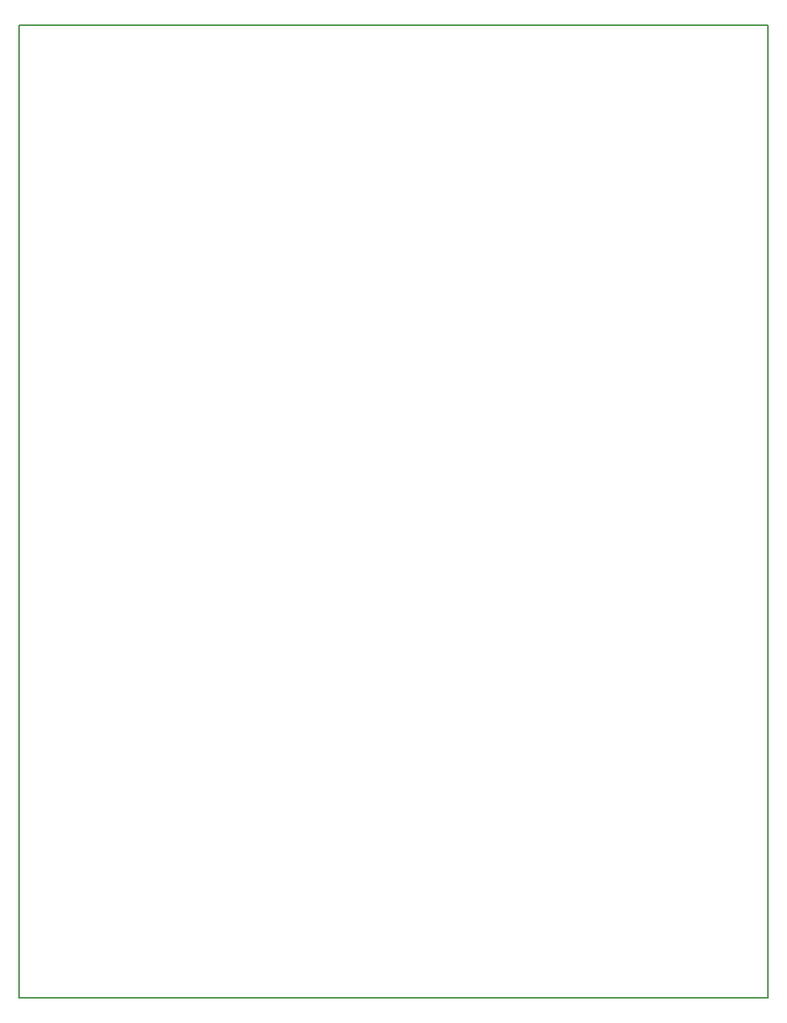
<source format=gbr>
G04 #@! TF.FileFunction,Profile,NP*
%FSLAX46Y46*%
G04 Gerber Fmt 4.6, Leading zero omitted, Abs format (unit mm)*
G04 Created by KiCad (PCBNEW 4.0.5) date 03/07/17 20:24:02*
%MOMM*%
%LPD*%
G01*
G04 APERTURE LIST*
%ADD10C,0.100000*%
%ADD11C,0.150000*%
G04 APERTURE END LIST*
D10*
D11*
X175000000Y-50000000D02*
X258000000Y-50000000D01*
X175000000Y-158000000D02*
X175000000Y-50000000D01*
X258000000Y-158000000D02*
X258000000Y-50000000D01*
X175000000Y-158000000D02*
X258000000Y-158000000D01*
M02*

</source>
